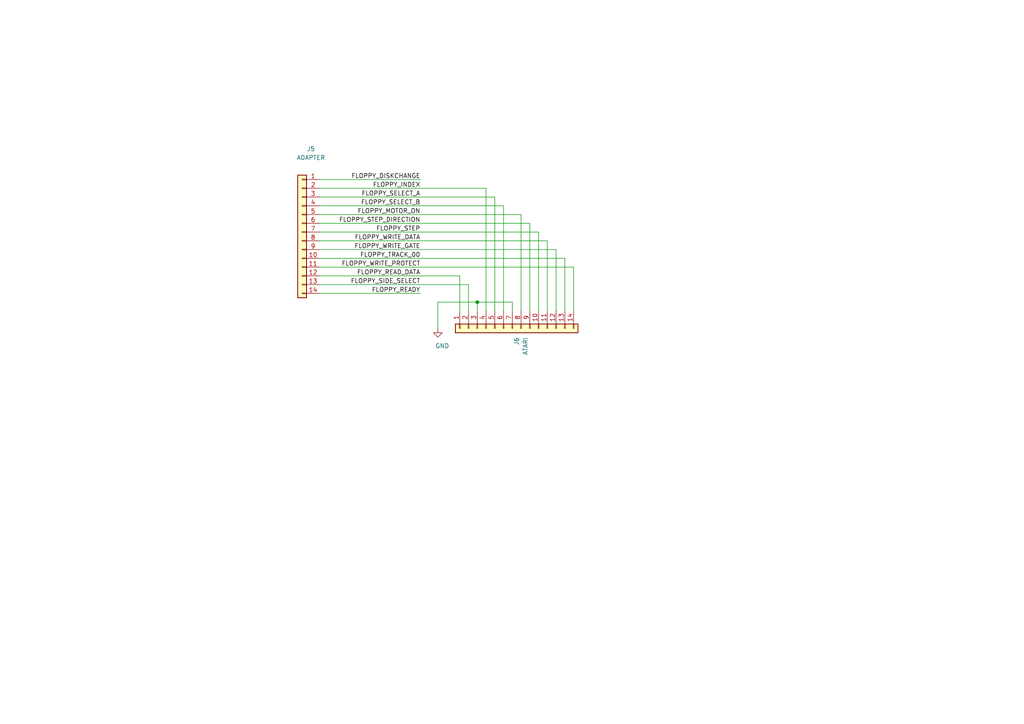
<source format=kicad_sch>
(kicad_sch (version 20201015) (generator eeschema)
  (paper "A4")
  (lib_symbols
    (symbol "Connector_Generic:Conn_01x14" (pin_names (offset 1.016) hide)
      (property "Reference" "J" (at 0 17.78 0))
      (property "Value" "Conn_01x14" (at 0 -20.32 0))
      (symbol "Conn_01x14_1_1"
        (rectangle (start -1.27 -4.953) (end 0 -5.207) (stroke (width 0.1524)))
        (rectangle (start -1.27 -7.493) (end 0 -7.747) (stroke (width 0.1524)))
        (rectangle (start -1.27 -10.033) (end 0 -10.287) (stroke (width 0.1524)))
        (rectangle (start -1.27 -12.573) (end 0 -12.827) (stroke (width 0.1524)))
        (rectangle (start -1.27 -15.113) (end 0 -15.367) (stroke (width 0.1524)))
        (rectangle (start -1.27 -17.653) (end 0 -17.907) (stroke (width 0.1524)))
        (rectangle (start -1.27 -2.413) (end 0 -2.667) (stroke (width 0.1524)))
        (rectangle (start -1.27 2.667) (end 0 2.413) (stroke (width 0.1524)))
        (rectangle (start -1.27 5.207) (end 0 4.953) (stroke (width 0.1524)))
        (rectangle (start -1.27 7.747) (end 0 7.493) (stroke (width 0.1524)))
        (rectangle (start -1.27 10.287) (end 0 10.033) (stroke (width 0.1524)))
        (rectangle (start -1.27 0.127) (end 0 -0.127) (stroke (width 0.1524)))
        (rectangle (start -1.27 12.827) (end 0 12.573) (stroke (width 0.1524)))
        (rectangle (start -1.27 15.367) (end 0 15.113) (stroke (width 0.1524)))
        (rectangle (start -1.27 16.51) (end 1.27 -19.05) (stroke (width 0.254)) (fill (type background)))
        (pin passive line (at -5.08 15.24 0) (length 3.81) (name "Pin_1") (number "1"))
        (pin passive line (at -5.08 -7.62 0) (length 3.81) (name "Pin_10") (number "10"))
        (pin passive line (at -5.08 -10.16 0) (length 3.81) (name "Pin_11") (number "11"))
        (pin passive line (at -5.08 -12.7 0) (length 3.81) (name "Pin_12") (number "12"))
        (pin passive line (at -5.08 -15.24 0) (length 3.81) (name "Pin_13") (number "13"))
        (pin passive line (at -5.08 -17.78 0) (length 3.81) (name "Pin_14") (number "14"))
        (pin passive line (at -5.08 12.7 0) (length 3.81) (name "Pin_2") (number "2"))
        (pin passive line (at -5.08 10.16 0) (length 3.81) (name "Pin_3") (number "3"))
        (pin passive line (at -5.08 7.62 0) (length 3.81) (name "Pin_4") (number "4"))
        (pin passive line (at -5.08 5.08 0) (length 3.81) (name "Pin_5") (number "5"))
        (pin passive line (at -5.08 2.54 0) (length 3.81) (name "Pin_6") (number "6"))
        (pin passive line (at -5.08 0 0) (length 3.81) (name "Pin_7") (number "7"))
        (pin passive line (at -5.08 -2.54 0) (length 3.81) (name "Pin_8") (number "8"))
        (pin passive line (at -5.08 -5.08 0) (length 3.81) (name "Pin_9") (number "9"))
      )
    )
    (symbol "power:GND" (power) (pin_names (offset 0))
      (property "Value" "GND" (at 0 -3.81 0))
      (symbol "GND_0_1"
        (polyline (pts (xy 0 0) (xy 0 -1.27) (xy 1.27 -1.27) (xy 0 -2.54) (xy -1.27 -1.27) (xy 0 -1.27)))
      )
      (symbol "GND_1_1"
        (pin power_in line (at 0 0 270) (length 0) hide (name "GND") (number "1"))
      )
    )
  )
  (junction (at 138.43 87.63) (diameter 0.9144))
  (wire (pts (xy 92.71 52.07) (xy 121.92 52.07)))
  (wire (pts (xy 92.71 54.61) (xy 140.97 54.61)))
  (wire (pts (xy 92.71 57.15) (xy 143.51 57.15)))
  (wire (pts (xy 92.71 59.69) (xy 146.05 59.69)))
  (wire (pts (xy 92.71 62.23) (xy 151.13 62.23)))
  (wire (pts (xy 92.71 64.77) (xy 153.67 64.77)))
  (wire (pts (xy 92.71 67.31) (xy 156.21 67.31)))
  (wire (pts (xy 92.71 69.85) (xy 158.75 69.85)))
  (wire (pts (xy 92.71 72.39) (xy 161.29 72.39)))
  (wire (pts (xy 92.71 74.93) (xy 163.83 74.93)))
  (wire (pts (xy 92.71 77.47) (xy 166.37 77.47)))
  (wire (pts (xy 92.71 80.01) (xy 133.35 80.01)))
  (wire (pts (xy 92.71 82.55) (xy 135.89 82.55)))
  (wire (pts (xy 121.92 85.09) (xy 92.71 85.09)))
  (wire (pts (xy 127 87.63) (xy 127 95.25)))
  (wire (pts (xy 127 87.63) (xy 138.43 87.63)))
  (wire (pts (xy 133.35 90.17) (xy 133.35 80.01)))
  (wire (pts (xy 135.89 90.17) (xy 135.89 82.55)))
  (wire (pts (xy 138.43 87.63) (xy 138.43 90.17)))
  (wire (pts (xy 138.43 87.63) (xy 148.59 87.63)))
  (wire (pts (xy 140.97 90.17) (xy 140.97 54.61)))
  (wire (pts (xy 143.51 90.17) (xy 143.51 57.15)))
  (wire (pts (xy 146.05 90.17) (xy 146.05 59.69)))
  (wire (pts (xy 148.59 90.17) (xy 148.59 87.63)))
  (wire (pts (xy 151.13 90.17) (xy 151.13 62.23)))
  (wire (pts (xy 153.67 90.17) (xy 153.67 64.77)))
  (wire (pts (xy 156.21 90.17) (xy 156.21 67.31)))
  (wire (pts (xy 158.75 90.17) (xy 158.75 69.85)))
  (wire (pts (xy 161.29 90.17) (xy 161.29 72.39)))
  (wire (pts (xy 163.83 90.17) (xy 163.83 74.93)))
  (wire (pts (xy 166.37 77.47) (xy 166.37 90.17)))
  (label "FLOPPY_DISKCHANGE" (at 121.92 52.07 180))
  (label "FLOPPY_INDEX" (at 121.92 54.61 180))
  (label "FLOPPY_SELECT_A" (at 121.92 57.15 180))
  (label "FLOPPY_SELECT_B" (at 121.92 59.69 180))
  (label "FLOPPY_MOTOR_ON" (at 121.92 62.23 180))
  (label "FLOPPY_STEP_DIRECTION" (at 121.92 64.77 180))
  (label "FLOPPY_STEP" (at 121.92 67.31 180))
  (label "FLOPPY_WRITE_DATA" (at 121.92 69.85 180))
  (label "FLOPPY_WRITE_GATE" (at 121.92 72.39 180))
  (label "FLOPPY_TRACK_00" (at 121.92 74.93 180))
  (label "FLOPPY_WRITE_PROTECT" (at 121.92 77.47 180))
  (label "FLOPPY_READ_DATA" (at 121.92 80.01 180))
  (label "FLOPPY_SIDE_SELECT" (at 121.92 82.55 180))
  (label "FLOPPY_READY" (at 121.92 85.09 180))
  (symbol (lib_id "power:GND") (at 127 95.25 0) (unit 1)
    (property "Reference" "#PWR0101" (effects hide))
    (property "Value" "GND" (at 128.27 100.33 0))
  )
  (symbol (lib_id "Connector_Generic:Conn_01x14") (at 87.63 67.31 0) (mirror y) (unit 1)
    (property "Reference" "J5" (at 90.17 43.18 0))
    (property "Value" "ADAPTER" (at 90.17 45.72 0))
    (property "Footprint" "Connector_IDC:IDC-Header_2x07_P2.54mm_Vertical" (effects hide))
  )
  (symbol (lib_id "Connector_Generic:Conn_01x14") (at 148.59 95.25 90) (mirror x) (unit 1)
    (property "Reference" "J6" (at 149.86 97.79 0) (effects (justify left)))
    (property "Value" "ATARI" (at 152.4 97.79 0) (effects (justify left)))
    (property "Footprint" "parts:DIN14" (effects hide))
  )
)
</source>
